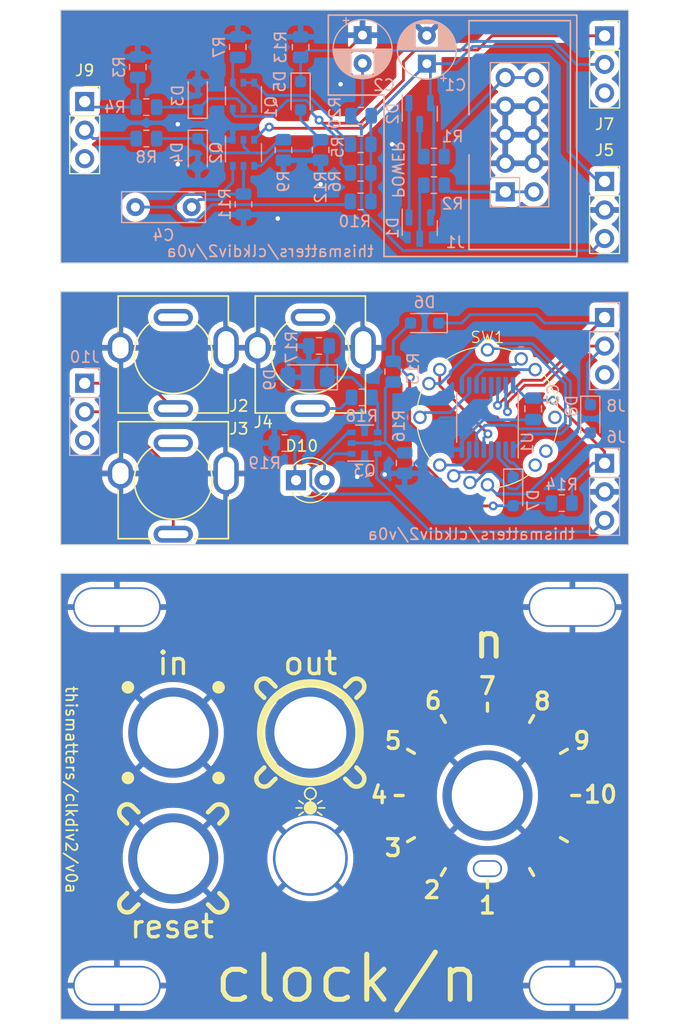
<source format=kicad_pcb>
(kicad_pcb (version 20221018) (generator pcbnew)
  (layers (0 "F.Cu" signal) (31 "B.Cu" signal) (34 "B.Paste" user) (35 "F.Paste" user) (36 "B.SilkS" user "B.Silkscreen") (37 "F.SilkS" user "F.Silkscreen") (38 "B.Mask" user) (39 "F.Mask" user) (44 "Edge.Cuts" user))
  (net 0 "")
  (net 1 "+12V")
  (net 2 "GND")
  (net 3 "-12V")
  (net 4 "Net-(D1-COM)")
  (net 5 "Net-(D2-COM)")
  (net 6 "/FACE")
  (net 7 "Net-(J1-Pin_1)")
  (net 8 "Net-(J1-Pin_10)")
  (net 9 "/V_LED")
  (net 10 "/12V'")
  (net 11 "/GND'")
  (net 12 "Net-(Q2A-C1)")
  (net 13 "Net-(Q2B-B2)")
  (net 14 "Net-(D3-K)")
  (net 15 "Net-(D4-K)")
  (net 16 "/_RST")
  (net 17 "Net-(D5-A)")
  (net 18 "/_IN'")
  (net 19 "Net-(D6-A)")
  (net 20 "Net-(D7-K)")
  (net 21 "/_RST'")
  (net 22 "Net-(D8-A)")
  (net 23 "Net-(D9-K)")
  (net 24 "Net-(D10-K)")
  (net 25 "Net-(D10-A)")
  (net 26 "/IN'")
  (net 28 "/RST'")
  (net 30 "/OUT")
  (net 32 "/V_LED'")
  (net 33 "/_IN")
  (net 36 "/IN")
  (net 37 "/RST")
  (net 40 "Net-(Q1A-E1)")
  (net 41 "Net-(Q1A-C1)")
  (net 42 "Net-(Q3A-B1)")
  (net 43 "Net-(U1-Q1)")
  (net 44 "Net-(U1-Q2)")
  (net 45 "Net-(U1-Q3)")
  (net 46 "Net-(U1-Q4)")
  (net 47 "Net-(U1-Q5)")
  (net 48 "Net-(U1-Q6)")
  (net 49 "Net-(U1-Q7)")
  (net 50 "Net-(U1-Q8)")
  (net 51 "Net-(U1-Q9)")
  (footprint "Eurorack:AudioJack2_Tayda_A-2566" (layer "F.Cu") (at 121.92 69.088 180)
    (fp_text reference "J2")
    (fp_text value "AudioJack2_SwitchT")
  )
  (footprint "Connector_PinSocket_2.54mm:PinSocket_1x03_P2.54mm_Vertical" (layer "F.Cu") (at 160.274 53.7)
    (fp_text reference "J5")
    (fp_text value "Conn_01x03_Socket")
  )
  (footprint "Eurorack:Mech-MRK-Hole" (layer "F.Cu") (at 149.86 108.291)
    (fp_text reference "H8" hide)
    (fp_text value "step")
  )
  (footprint "Eurorack:Mech-AudioJack-Hole-Output-Gate" (layer "F.Cu") (at 134.112 102.703)
    (fp_text reference "H7")
    (fp_text value "out" hide)
  )
  (footprint "Eurorack:Mech-MountingHole" (layer "F.Cu") (at 116.91 91.54)
    (fp_text reference "H1")
    (fp_text value "mount0")
  )
  (footprint "Eurorack:Mech-AudioJack-Hole-Input-Gate" (layer "F.Cu") (at 121.92 113.879)
    (fp_text reference "H6")
    (fp_text value "reset" hide)
  )
  (footprint "Eurorack:Mech-MountingHole" (layer "F.Cu") (at 116.91 125.19)
    (fp_text reference "H4")
    (fp_text value "mount1")
  )
  (footprint "Connector_PinSocket_2.54mm:PinSocket_1x03_P2.54mm_Vertical" (layer "F.Cu") (at 160.274 40.761)
    (fp_text reference "J7")
    (fp_text value "Conn_01x03_Socket")
  )
  (footprint "Connector_PinSocket_2.54mm:PinSocket_1x03_P2.54mm_Vertical" (layer "F.Cu") (at 114.046 46.603)
    (fp_text reference "J9")
    (fp_text value "Conn_01x03_Socket")
  )
  (footprint "Eurorack:Switch_Rotary_NKK_MRK_112" (layer "F.Cu") (at 149.86 74.676)
    (fp_text reference "SW1")
    (fp_text value "SW_Rotary12")
  )
  (footprint "Eurorack:Mech-AudioJack-Hole-Input-Clock" (layer "F.Cu") (at 121.92 102.703)
    (fp_text reference "H5")
    (fp_text value "in" hide)
  )
  (footprint "Eurorack:Mech-MountingHole" (layer "F.Cu") (at 157.41 91.54)
    (fp_text reference "H2")
    (fp_text value "mount1")
  )
  (footprint "Eurorack:AudioJack2_Tayda_A-2566" (layer "F.Cu") (at 121.92 80.264 180)
    (fp_text reference "J3")
    (fp_text value "AudioJack2_SwitchT")
  )
  (footprint "LED_THT:LED_D3.0mm" (layer "F.Cu") (at 132.837 80.264)
    (fp_text reference "D10")
    (fp_text value "LED_GREEN")
  )
  (footprint "Eurorack:Mech-MountingHole" (layer "F.Cu") (at 157.41 125.19)
    (fp_text reference "H3")
    (fp_text value "mount1")
  )
  (footprint "Eurorack:Mech-LED-Hole-3mm-Bezel" (layer "F.Cu") (at 134.112 113.879)
    (fp_text reference "H9" hide)
    (fp_text value "led")
  )
  (footprint "Eurorack:AudioJack2_Tayda_A-2566" (layer "F.Cu") (at 134.112 69.088 180)
    (fp_text reference "J4")
    (fp_text value "AudioJack2_SwitchT")
  )
  (footprint "Resistor_SMD:R_0805_2012Metric" (layer "B.Cu") (at 135.024 50.906 -90)
    (fp_text reference "R12")
    (fp_text value "22K")
  )
  (footprint "Diode_SMD:D_SOD-323_HandSoldering" (layer "B.Cu") (at 133.246 46.08 -90)
    (fp_text reference "D5")
    (fp_text value "1N4148")
  )
  (footprint "Resistor_SMD:R_0805_2012Metric" (layer "B.Cu") (at 145.1066 54.0311)
    (fp_text reference "R2")
    (fp_text value "10")
  )
  (footprint "Diode_SMD:D_SOD-323_HandSoldering" (layer "B.Cu") (at 124.102 46.08 90)
    (fp_text reference "D3")
    (fp_text value "1N4148")
  )
  (footprint "Package_SO:TSOP-6_1.65x3.05mm_P0.95mm" (layer "B.Cu") (at 128.166 51.16 -90)
    (fp_text reference "Q2")
    (fp_text value "BCM847")
  )
  (footprint "Resistor_SMD:R_0805_2012Metric" (layer "B.Cu") (at 138.684 72.898)
    (fp_text reference "R18")
    (fp_text value "1K")
  )
  (footprint "Diode_SMD:D_SOD-323_HandSoldering" (layer "B.Cu") (at 159.004 74.803 -90)
    (fp_text reference "D8")
    (fp_text value "1N4148")
  )
  (footprint "Resistor_SMD:R_0805_2012Metric" (layer "B.Cu") (at 138.58 52.938)
    (fp_text reference "R6")
    (fp_text value "22K")
  )
  (footprint "Resistor_SMD:R_0805_2012Metric" (layer "B.Cu") (at 134.874 68.326 180)
    (fp_text reference "R17")
    (fp_text value "120K")
  )
  (footprint "Resistor_SMD:R_0805_2012Metric" (layer "B.Cu") (at 119.53 49.89)
    (fp_text reference "R8")
    (fp_text value "100K")
  )
  (footprint "Diode_SMD:D_MiniMELF" (layer "B.Cu") (at 133.858 71.12 180)
    (fp_text reference "D9")
    (fp_text value "Zener 5.1V")
  )
  (footprint "Capacitor_SMD:C_0805_2012Metric" (layer "B.Cu") (at 153.924 73.914 -90)
    (fp_text reference "C3")
    (fp_text value "100n")
  )
  (footprint "Package_TO_SOT_SMD:SOT-23" (layer "B.Cu") (at 143.8366 47.6811 -90)
    (fp_text reference "D2")
    (fp_text value "BAT54S")
  )
  (footprint "Resistor_SMD:R_0805_2012Metric" (layer "B.Cu") (at 145.1066 51.4911)
    (fp_text reference "R1")
    (fp_text value "10")
  )
  (footprint "Package_TO_SOT_SMD:SOT-23" (layer "B.Cu") (at 143.8366 57.8411 -90)
    (fp_text reference "D1")
    (fp_text value "BAT54S")
  )
  (footprint "Diode_SMD:D_SOD-323_HandSoldering" (layer "B.Cu") (at 152.146 81.28 -90)
    (fp_text reference "D7")
    (fp_text value "1N4148")
  )
  (footprint "Resistor_SMD:R_0805_2012Metric" (layer "B.Cu") (at 141.478 70.612 -90)
    (fp_text reference "R15")
    (fp_text value "4.7K")
  )
  (footprint "Eurorack:PinHeader_2x05_P2.54mm_Vertical" (layer "B.Cu") (at 151.4439 54.628)
    (fp_text reference "J1")
    (fp_text value "Conn_02x05_Odd_Even")
  )
  (footprint "Resistor_SMD:R_0805_2012Metric" (layer "B.Cu") (at 119.53 47.096)
    (fp_text reference "R4")
    (fp_text value "1.2M")
  )
  (footprint "Capacitor_THT:C_Rect_L7.2mm_W2.5mm_P5.00mm_FKS2_FKP2_MKS2_MKP2" (layer "B.Cu") (at 118.554 55.986)
    (fp_text reference "C4")
    (fp_text value "47n box")
  )
  (footprint "Diode_SMD:D_SOD-323_HandSoldering" (layer "B.Cu") (at 144.272 66.294 180)
    (fp_text reference "D6")
    (fp_text value "1N4148")
  )
  (footprint "Resistor_SMD:R_0805_2012Metric" (layer "B.Cu") (at 127.658 41.762 -90)
    (fp_text reference "R7")
    (fp_text value "220")
  )
  (footprint "Package_SO:TSOP-6_1.65x3.05mm_P0.95mm" (layer "B.Cu") (at 138.938 76.962)
    (fp_text reference "Q3")
    (fp_text value "BCM847")
  )
  (footprint "Connector_PinHeader_2.54mm:PinHeader_1x03_P2.54mm_Vertical" (layer "B.Cu") (at 160.274 78.755 180)
    (fp_text reference "J6")
    (fp_text value "Conn_01x03_Pin")
  )
  (footprint "Capacitor_THT:CP_Radial_D5.0mm_P2.50mm" (layer "B.Cu") (at 144.4716 43.2361 90)
    (fp_text reference "C1")
    (fp_text value "22u 50V")
  )
  (footprint "Resistor_SMD:R_0805_2012Metric" (layer "B.Cu") (at 118.768 43.54 -90)
    (fp_text reference "R3")
    (fp_text value "1M")
  )
  (footprint "Resistor_SMD:R_0805_2012Metric" (layer "B.Cu") (at 131.722 50.906 90)
    (fp_text reference "R9")
    (fp_text value "1M")
  )
  (footprint "Capacitor_THT:CP_Radial_D5.0mm_P2.50mm" (layer "B.Cu") (at 138.7566 40.6961 -90)
    (fp_text reference "C2")
    (fp_text value "22u 50V")
  )
  (footprint "Connector_PinHeader_2.54mm:PinHeader_1x03_P2.54mm_Vertical" (layer "B.Cu") (at 160.274 65.801 180)
    (fp_text reference "J8")
    (fp_text value "Conn_01x03_Pin")
  )
  (footprint "Diode_SMD:D_SOD-323_HandSoldering" (layer "B.Cu") (at 124.102 51.16 -90)
    (fp_text reference "D4")
    (fp_text value "1N4148")
  )
  (footprint "Resistor_SMD:R_0805_2012Metric" (layer "B.Cu") (at 142.494 78.74 90)
    (fp_text reference "R16")
    (fp_text value "220K")
  )
  (footprint "Package_SO:TSSOP-16_4.4x5mm_P0.65mm" (layer "B.Cu") (at 149.86 74.676 90)
    (fp_text reference "U1")
    (fp_text value "4017")
  )
  (footprint "Resistor_SMD:R_0805_2012Metric" (layer "B.Cu") (at 128.166 55.732 -90)
    (fp_text reference "R11")
    (fp_text value "220K")
  )
  (footprint "Resistor_SMD:R_0805_2012Metric" (layer "B.Cu") (at 138.58 55.478 180)
    (fp_text reference "R10")
    (fp_text value "10K")
  )
  (footprint "Package_SO:TSOP-6_1.65x3.05mm_P0.95mm" (layer "B.Cu") (at 128.166 46.08 90)
    (fp_text reference "Q1")
    (fp_text value "BCM847")
  )
  (footprint "Resistor_SMD:R_0805_2012Metric" (layer "B.Cu") (at 133.246 41.762 90)
    (fp_text reference "R13")
    (fp_text value "1K")
  )
  (footprint "Connector_PinHeader_2.54mm:PinHeader_1x03_P2.54mm_Vertical" (layer "B.Cu") (at 114.046 71.643 180)
    (fp_text reference "J10")
    (fp_text value "Conn_01x03_Pin")
  )
  (footprint "Resistor_SMD:R_0805_2012Metric" (layer "B.Cu") (at 138.58 50.398)
    (fp_text reference "R5")
    (fp_text value "22K")
  )
  (footprint "Resistor_SMD:R_0805_2012Metric" (layer "B.Cu") (at 131.826 76.962)
    (fp_text reference "R19")
    (fp_text value "1K")
  )
  (footprint "Resistor_SMD:R_0805_2012Metric" (layer "B.Cu") (at 156.464 82.296 180)
    (fp_text reference "R14")
    (fp_text value "22K")
  )
  (footprint "Resistor_SMD:R_0805_2012Metric" (layer "B.Cu") (at 138.616 47.858 180)
    (fp_text reference "R20")
    (fp_text value "10")
  )
  (gr_line (start 157.8066 60.3811) (end 140.6616 60.3811) (stroke (width 0.15)) (layer "B.SilkS"))
  (gr_line (start 140.6616 46.0301) (end 135.7086 46.0301) (stroke (width 0.15)) (layer "B.SilkS"))
  (gr_line (start 135.7086 38.9181) (end 157.8066 38.9181) (stroke (width 0.15)) (layer "B.SilkS"))
  (gr_line (start 135.7086 46.0301) (end 135.7086 38.9181) (stroke (width 0.15)) (layer "B.SilkS"))
  (gr_line (start 157.8066 38.9181) (end 157.8066 60.3811) (stroke (width 0.15)) (layer "B.SilkS"))
  (gr_line (start 140.6616 60.3811) (end 140.6616 46.0301) (stroke (width 0.15)) (layer "B.SilkS"))
  (gr_line (start 134.874 109.394) (end 135.382 109.394) (stroke (width 0.15)) (layer "F.SilkS"))
  (gr_line (start 133.35 109.394) (end 132.842 109.394) (stroke (width 0.15)) (layer "F.SilkS"))
  (gr_circle (center 134.112 109.394) (end 134.62 109.394) (stroke (width 0.15)) (fill solid) (layer "F.SilkS"))
  (gr_circle (center 134.112 108.124) (end 134.62 108.124) (stroke (width 0.15)) (fill none) (layer "F.SilkS"))
  (gr_line (start 133.477 109.013) (end 133.096 108.759) (stroke (width 0.15)) (layer "F.SilkS"))
  (gr_line (start 134.747 109.775) (end 135.128 110.029) (stroke (width 0.15)) (layer "F.SilkS"))
  (gr_line (start 134.747 109.013) (end 135.128 108.759) (stroke (width 0.15)) (layer "F.SilkS"))
  (gr_line (start 134.112 108.632) (end 134.112 108.886) (stroke (width 0.15)) (layer "F.SilkS"))
  (gr_line (start 133.477 109.775) (end 133.096 110.029) (stroke (width 0.15)) (layer "F.SilkS"))
  (gr_rect (start 111.91 38.46) (end 162.41 60.96) (stroke (width 0.1)) (fill none) (layer "Edge.Cuts"))
  (gr_rect (start 111.91 63.5) (end 162.41 86) (stroke (width 0.1)) (fill none) (layer "Edge.Cuts"))
  (gr_rect (start 111.91 88.54) (end 162.41 128.19) (stroke (width 0.1)) (fill none) (layer "Edge.Cuts"))
  (gr_text "thismatters/clkdiv2/v0a" (at 139.85 60.499) (layer "B.SilkS") (effects (font (size 1 1)) (justify left bottom mirror)))
  (gr_text "thismatters/clkdiv2/v0a" (at 157.734 85.645) (layer "B.SilkS") (effects (font (size 1 1)) (justify left bottom mirror)))
  (gr_text "POWER" (at 141.2966 55.3011 -90) (layer "B.SilkS") (effects (font (size 1 1)) (justify left bottom mirror)))
  (gr_text "7" (at 149.86 98.552) (layer "F.SilkS") (effects (font (size 1.5 1.5) (thickness 0.3))))
  (gr_text "2" (at 144.9324 116.6876) (layer "F.SilkS") (effects (font (size 1.5 1.5) (thickness 0.3))))
  (gr_text "3" (at 141.478 112.95) (layer "F.SilkS") (effects (font (size 1.5 1.5) (thickness 0.3))))
  (gr_text "1" (at 149.86 118.0592) (layer "F.SilkS") (effects (font (size 1.5 1.5) (thickness 0.3))))
  (gr_text "9" (at 158.242 103.425) (layer "F.SilkS") (effects (font (size 1.5 1.5) (thickness 0.3))))
  (gr_text "6" (at 145.034 99.869) (layer "F.SilkS") (effects (font (size 1.5 1.5) (thickness 0.3))))
  (gr_text "8" (at 154.7368 99.9236) (layer "F.SilkS") (effects (font (size 1.5 1.5) (thickness 0.3))))
  (gr_text "out" (at 134.112 97.71) (layer "F.SilkS") (effects (font (size 2 2) (thickness 0.3)) (justify bottom)))
  (gr_text "in" (at 121.92 97.71) (layer "F.SilkS") (effects (font (size 2 2) (thickness 0.3)) (justify bottom)))
  (gr_text "4" (at 140.213015 108.251) (layer "F.SilkS") (effects (font (size 1.5 1.5) (thickness 0.3))))
  (gr_text "n" (at 149.987 94.535) (layer "F.SilkS") (effects (font (size 3 3) (thickness 0.45))))
  (gr_text "reset" (at 121.8184 121.1072) (layer "F.SilkS") (effects (font (size 2 2) (thickness 0.3)) (justify bottom)))
  (gr_text "10" (at 159.9184 108.204) (layer "F.SilkS") (effects (font (size 1.5 1.5) (thickness 0.3))))
  (gr_text "5" (at 141.478 103.425) (layer "F.SilkS") (effects (font (size 1.5 1.5) (thickness 0.3))))
  (gr_text "clock/n" (at 137.414 126.92) (layer "F.SilkS") (effects (font (size 4 4) (thickness 0.45)) (justify bottom)))
  (gr_text "thismatters/clkdiv2/v0a" (at 112.268 98.472 270) (layer "F.SilkS") (effects (font (size 1 1)) (justify left bottom)))
  (segment (start 130.554448 48.976448) (end 130.452 48.874) (width 0.25) (layer "F.Cu") (net 1))
  (segment (start 138.731252 48.976448) (end 130.554448 48.976448) (width 0.25) (layer "F.Cu") (net 1))
  (segment (start 144.4716 43.2361) (end 138.731252 48.976448) (width 0.25) (layer "F.Cu") (net 1))
  (via (at 130.452 48.874) (size 0.8) (drill 0.4) (layers "F.Cu" "B.Cu") (net 1))
  (segment (start 145.0866 47.0436) (end 145.086599 56.603601) (width 0.25) (layer "B.Cu") (net 1))
  (segment (start 148.544 41.704) (end 155.54 41.704) (width 0.25) (layer "B.Cu") (net 1))
  (segment (start 144.7866 46.7436) (end 144.7866 43.5511) (width 0.25) (layer "B.Cu") (net 1))
  (segment (start 139.8497 47.858) (end 144.4716 43.2361) (width 0.25) (layer "B.Cu") (net 1))
  (segment (start 130.242 48.874) (end 129.116 50) (width 0.25) (layer "B.Cu") (net 1))
  (segment (start 144.4716 43.2361) (end 147.0119 43.2361) (width 0.25) (layer "B.Cu") (net 1))
  (segment (start 157.008 51.02) (end 159.688 53.7) (width 0.25) (layer "B.Cu") (net 1))
  (segment (start 157.008 43.172) (end 157.008 51.02) (width 0.25) (layer "B.Cu") (net 1))
  (segment (start 130.452 48.874) (end 130.242 48.874) (width 0.25) (layer "B.Cu") (net 1))
  (segment (start 144.7866 46.7436) (end 145.0866 47.0436) (width 0.25) (layer "B.Cu") (net 1))
  (segment (start 155.54 41.704) (end 157.008 43.172) (width 0.25) (layer "B.Cu") (net 1))
  (segment (start 139.4925 52.938) (end 139.4925 55.478) (width 0.25) (layer "B.Cu") (net 1))
  (segment (start 145.086599 56.603601) (end 144.7866 56.9036) (width 0.25) (layer "B.Cu") (net 1))
  (segment (start 139.4925 52.938) (end 139.4925 47.894) (width 0.25) (layer "B.Cu") (net 1))
  (segment (start 147.0119 43.2361) (end 148.544 41.704) (width 0.25) (layer "B.Cu") (net 1))
  (segment (start 136.802 42.6507) (end 136.802 45.064) (width 0.25) (layer "F.Cu") (net 2))
  (segment (start 151.4439 49.548) (end 142.224 49.548) (width 0.25) (layer "F.Cu") (net 2))
  (segment (start 131.976 57.002) (end 131.214 57.002) (width 0.25) (layer "F.Cu") (net 2))
  (segment (start 122.324 52.176) (end 122.324 48.62) (width 0.25) (layer "F.Cu") (net 2))
  (segment (start 135.024 53.954) (end 131.976 57.002) (width 0.25) (layer "F.Cu") (net 2))
  (segment (start 138.7566 40.6961) (end 136.802 42.6507) (width 0.25) (layer "F.Cu") (net 2))
  (segment (start 142.224 49.548) (end 141.374 50.398) (width 0.25) (layer "F.Cu") (net 2))
  (via (at 141.374 50.398) (size 0.8) (drill 0.4) (layers "F.Cu" "B.Cu") (net 2))
  (via (at 122.324 52.176) (size 0.8) (drill 0.4) (layers "F.Cu" "B.Cu") (net 2))
  (via (at 131.214 57.002) (size 0.8) (drill 0.4) (layers "F.Cu" "B.Cu") (net 2))
  (via (at 136.802 45.064) (size 0.8) (drill 0.4) (layers "F.Cu" "B.Cu") (net 2))
  (via (at 135.024 53.954) (size 0.8) (drill 0.4) (layers "F.Cu" "B.Cu") (net 2))
  (via (at 122.324 48.62) (size 0.8) (drill 0.4) (layers "F.Cu" "B.Cu") (net 2))
  (segment (start 135.024 51.8185) (end 131.722 51.8185) (width 0.25) (layer "B.Cu") (net 2))
  (segment (start 122.558 52.41) (end 122.324 52.176) (width 0.25) (layer "B.Cu") (net 2))
  (segment (start 135.024 51.8185) (end 135.024 53.954) (width 0.25) (layer "B.Cu") (net 2))
  (segment (start 122.324 48.62) (end 125.626 48.62) (width 0.25) (layer "B.Cu") (net 2))
  (segment (start 130.452 57.002) (end 130.0945 56.6445) (width 0.25) (layer "B.Cu") (net 2))
  (segment (start 130.0945 56.6445) (end 128.166 56.6445) (width 0.25) (layer "B.Cu") (net 2))
  (segment (start 123.32 52.41) (end 122.558 52.41) (width 0.25) (layer "B.Cu") (net 2))
  (segment (start 131.214 57.002) (end 130.452 57.002) (width 0.25) (layer "B.Cu") (net 2))
  (segment (start 141.374 50.398) (end 141.374 51.668) (width 0.25) (layer "B.Cu") (net 2))
  (segment (start 136.802 45.064) (end 136.802 45.826) (width 0.25) (layer "B.Cu") (net 2))
  (segment (start 124.102 52.41) (end 123.32 52.41) (width 0.25) (layer "B.Cu") (net 2))
  (segment (start 142.8866 56.9036) (end 142.8866 46.7436) (width 0.25) (layer "B.Cu") (net 3))
  (segment (start 143.8366 54.3886) (end 143.8366 58.7786) (width 0.25) (layer "B.Cu") (net 4))
  (segment (start 143.8366 51.1336) (end 143.8366 48.6186) (width 0.25) (layer "B.Cu") (net 5))
  (segment (start 153.9839 54.628) (end 151.4439 54.628) (width 0.25) (layer "B.Cu") (net 7))
  (segment (start 146.616 54.628) (end 146.0191 54.0311) (width 0.25) (layer "B.Cu") (net 7))
  (segment (start 151.4439 54.628) (end 146.616 54.628) (width 0.25) (layer "B.Cu") (net 7))
  (segment (start 146.0191 49.8928) (end 146.0191 51.4911) (width 0.25) (layer "B.Cu") (net 8))
  (segment (start 151.4439 44.468) (end 146.0191 49.8928) (width 0.25) (layer "B.Cu") (net 8))
  (segment (start 153.9839 44.468) (end 151.4439 44.468) (width 0.25) (layer "B.Cu") (net 8))
  (segment (start 138.7566 46.8049) (end 137.7035 47.858) (width 0.25) (layer "B.Cu") (net 9))
  (segment (start 142.323 59.8411) (end 159.2129 59.8411) (width 0.25) (layer "B.Cu") (net 9))
  (segment (start 138.655 56.1731) (end 142.323 59.8411) (width 0.25) (layer "B.Cu") (net 9))
  (segment (start 138.655 48.8095) (end 138.655 56.1731) (width 0.25) (layer "B.Cu") (net 9))
  (segment (start 137.7035 47.858) (end 138.655 48.8095) (width 0.25) (layer "B.Cu") (net 9))
  (segment (start 159.2129 59.8411) (end 160.274 58.78) (width 0.25) (layer "B.Cu") (net 9))
  (segment (start 138.7566 43.1961) (end 138.7566 46.8049) (width 0.25) (layer "B.Cu") (net 9))
  (segment (start 160.274 78.755) (end 160.274 77.724) (width 0.25) (layer "F.Cu") (net 10))
  (segment (start 160.274 77.724) (end 155.702 73.152) (width 0.25) (layer "F.Cu") (net 10))
  (via (at 155.702 73.152) (size 0.8) (drill 0.4) (layers "F.Cu" "B.Cu") (net 10))
  (segment (start 157.3765 80.6215) (end 157.3765 82.296) (width 0.25) (layer "B.Cu") (net 10))
  (segment (start 160.274 78.755) (end 159.243 78.755) (width 0.25) (layer "B.Cu") (net 10))
  (segment (start 153.924 72.964) (end 153.2855 72.964) (width 0.25) (layer "B.Cu") (net 10))
  (segment (start 159.243 78.755) (end 157.3765 80.6215) (width 0.25) (layer "B.Cu") (net 10))
  (segment (start 153.2855 72.964) (end 152.135 71.8135) (width 0.25) (layer "B.Cu") (net 10))
  (segment (start 155.702 73.152) (end 154.112 73.152) (width 0.25) (layer "B.Cu") (net 10))
  (segment (start 138.4808 79.756) (end 138.2776 79.9592) (width 0.25) (layer "F.Cu") (net 11))
  (segment (start 140.716 79.756) (end 138.4808 79.756) (width 0.25) (layer "F.Cu") (net 11))
  (segment (start 138.812 77.852) (end 140.716 79.756) (width 0.25) (layer "F.Cu") (net 11))
  (segment (start 138.812 68.488) (end 138.812 77.852) (width 0.25) (layer "F.Cu") (net 11))
  (via (at 140.716 79.756) (size 0.8) (drill 0.4) (layers "F.Cu" "B.Cu") (net 11))
  (via (at 138.2776 79.9592) (size 0.8) (drill 0.4) (layers "F.Cu" "B.Cu") (net 11))
  (segment (start 149.468001 74.701) (end 145.7009 74.701) (width 0.25) (layer "B.Cu") (net 11))
  (segment (start 144.018 78.1285) (end 142.494 79.6525) (width 0.25) (layer "B.Cu") (net 11))
  (segment (start 140.716 79.756) (end 142.3905 79.756) (width 0.25) (layer "B.Cu") (net 11))
  (segment (start 150.185 71.8135) (end 150.185 73.163771) (width 0.25) (layer "B.Cu") (net 11))
  (segment (start 153.895 74.893) (end 149.493001 74.893) (width 0.25) (layer "B.Cu") (net 11))
  (segment (start 160.274 81.295) (end 161.5798 81.295) (width 0.25) (layer "B.Cu") (net 11))
  (segment (start 147.585 76.801001) (end 147.585 77.5385) (width 0.25) (layer "B.Cu") (net 11))
  (segment (start 161.5798 81.295) (end 161.8488 81.026) (width 0.25) (layer "B.Cu") (net 11))
  (segment (start 158.2928 74.7776) (end 157.9372 75.1332) (width 0.25) (layer "B.Cu") (net 11))
  (segment (start 161.8488 75.7428) (end 160.8836 74.7776) (width 0.25) (layer "B.Cu") (net 11))
  (segment (start 149.493001 73.85577) (end 149.493001 74.676) (width 0.25) (layer "B.Cu") (net 11))
  (segment (start 157.9372 75.1332) (end 157.9372 75.7428) (width 0.25) (layer "B.Cu") (net 11))
  (segment (start 149.493001 74.676) (end 149.468001 74.701) (width 0.25) (layer "B.Cu") (net 11))
  (segment (start 144.018 76.3839) (end 144.018 78.1285) (width 0.25) (layer "B.Cu") (net 11))
  (segment (start 149.493001 74.893) (end 147.585 76.801001) (width 0.25) (layer "B.Cu") (net 11))
  (segment (start 149.493001 74.676) (end 149.493001 74.893) (width 0.25) (layer "B.Cu") (net 11))
  (segment (start 161.8488 81.026) (end 161.8488 75.7428) (width 0.25) (layer "B.Cu") (net 11))
  (segment (start 160.8836 74.7776) (end 158.2928 74.7776) (width 0.25) (layer "B.Cu") (net 11))
  (segment (start 145.7009 74.701) (end 144.018 76.3839) (width 0.25) (layer "B.Cu") (net 11))
  (segment (start 150.185 73.163771) (end 149.493001 73.85577) (width 0.25) (layer "B.Cu") (net 11))
  (segment (start 157.9372 75.7428) (end 157.4292 76.2508) (width 0.25) (layer "B.Cu") (net 11))
  (segment (start 124.019991 57.111) (end 125.369991 55.761) (width 0.25) (layer "B.Cu") (net 12))
  (segment (start 127.216 52.32) (end 127.216 53.759604) (width 0.25) (layer "B.Cu") (net 12))
  (segment (start 137.16 55.732) (end 137.4135 55.732) (width 0.25) (layer "B.Cu") (net 12))
  (segment (start 121.8461 55.986) (end 122.9711 57.111) (width 0.25) (layer "B.Cu") (net 12))
  (segment (start 121.8461 55.986) (end 118.554 55.986) (width 0.25) (layer "B.Cu") (net 12))
  (segment (start 122.9711 54.861) (end 126.114604 54.861) (width 0.25) (layer "B.Cu") (net 12))
  (segment (start 127.216 53.759604) (end 126.114604 54.861) (width 0.25) (layer "B.Cu") (net 12))
  (segment (start 125.369991 55.761) (end 137.131 55.761) (width 0.25) (layer "B.Cu") (net 12))
  (segment (start 122.9711 57.111) (end 124.019991 57.111) (width 0.25) (layer "B.Cu") (net 12))
  (segment (start 122.9711 54.861) (end 121.8461 55.986) (width 0.25) (layer "B.Cu") (net 12))
  (segment (start 137.131 55.761) (end 137.16 55.732) (width 0.25) (layer "B.Cu") (net 12))
  (segment (start 124.229 55.311) (end 123.554 55.986) (width 0.25) (layer "B.Cu") (net 13))
  (segment (start 128.166 52.32) (end 128.166 54.8195) (width 0.25) (layer "B.Cu") (net 13))
  (segment (start 126.301 55.311) (end 124.229 55.311) (width 0.25) (layer "B.Cu") (net 13))
  (segment (start 126.7925 54.8195) (end 126.301 55.311) (width 0.25) (layer "B.Cu") (net 13))
  (segment (start 128.166 54.8195) (end 126.7925 54.8195) (width 0.25) (layer "B.Cu") (net 13))
  (segment (start 128.166 47.24) (end 128.166 46.935) (width 0.25) (layer "B.Cu") (net 14))
  (segment (start 120.4425 47.096) (end 123.868 47.096) (width 0.25) (layer "B.Cu") (net 14))
  (segment (start 127.565 46.334) (end 125.098 46.334) (width 0.25) (layer "B.Cu") (net 14))
  (segment (start 125.098 46.334) (end 124.102 47.33) (width 0.25) (layer "B.Cu") (net 14))
  (segment (start 128.166 46.935) (end 127.565 46.334) (width 0.25) (layer "B.Cu") (net 14))
  (segment (start 131.3645 49.9935) (end 130.198 51.16) (width 0.25) (layer "B.Cu") (net 15))
  (segment (start 128.928 51.16) (end 128.726 51.16) (width 0.25) (layer "B.Cu") (net 15))
  (segment (start 130.198 51.16) (end 128.928 51.16) (width 0.25) (layer "B.Cu") (net 15))
  (segment (start 125.352 51.16) (end 124.102 49.91) (width 0.25) (layer "B.Cu") (net 15))
  (segment (start 120.4425 49.89) (end 124.082 49.89) (width 0.25) (layer "B.Cu") (net 15))
  (segment (start 128.928 51.16) (end 125.352 51.16) (width 0.25) (layer "B.Cu") (net 15))
  (segment (start 128.166 50.6) (end 128.166 50) (width 0.25) (layer "B.Cu") (net 15))
  (segment (start 128.726 51.16) (end 128.166 50.6) (width 0.25) (layer "B.Cu") (net 15))
  (segment (start 133.8494 42.0711) (end 133.246 42.6745) (width 0.25) (layer "B.Cu") (net 16))
  (segment (start 133.246 42.6745) (end 133.246 44.83) (width 0.25) (layer "B.Cu") (net 16))
  (segment (start 147.47 42.0711) (end 133.8494 42.0711) (width 0.25) (layer "B.Cu") (net 16))
  (segment (start 155.726396 41.254) (end 148.2871 41.254) (width 0.25) (layer "B.Cu") (net 16))
  (segment (start 160.274 43.301) (end 157.773396 43.301) (width 0.25) (layer "B.Cu") (net 16))
  (segment (start 157.773396 43.301) (end 155.726396 41.254) (width 0.25) (layer "B.Cu") (net 16))
  (segment (start 148.2871 41.254) (end 147.47 42.0711) (width 0.25) (layer "B.Cu") (net 16))
  (segment (start 133.246 48.2155) (end 135.024 49.9935) (width 0.25) (layer "B.Cu") (net 17))
  (segment (start 133.246 47.33) (end 133.246 48.2155) (width 0.25) (layer "B.Cu") (net 17))
  (segment (start 134.0365 50.981) (end 131.0269 50.981) (width 0.25) (layer "B.Cu") (net 17))
  (segment (start 131.0269 50.981) (end 129.6879 52.32) (width 0.25) (layer "B.Cu") (net 17))
  (segment (start 129.6879 52.32) (end 129.116 52.32) (width 0.25) (layer "B.Cu") (net 17))
  (segment (start 135.024 49.9935) (end 134.0365 50.981) (width 0.25) (layer "B.Cu") (net 17))
  (segment (start 150.7605 73.613576) (end 153.000076 71.374) (width 0.25) (layer "F.Cu") (net 18))
  (segment (start 153.000076 71.374) (end 154.701 71.374) (width 0.25) (layer "F.Cu") (net 18))
  (segment (start 154.701 71.374) (end 160.274 65.801) (width 0.25) (layer "F.Cu") (net 18))
  (via (at 150.7605 73.613576) (size 0.8) (drill 0.4) (layers "F.Cu" "B.Cu") (net 18))
  (segment (start 145.522 66.294) (end 147.574 66.294) (width 0.25) (layer "B.Cu") (net 18))
  (segment (start 148.336 65.532) (end 154.178 65.532) (width 0.25) (layer "B.Cu") (net 18))
  (segment (start 150.7605 73.613576) (end 150.7605 71.888) (width 0.25) (layer "B.Cu") (net 18))
  (segment (start 154.178 65.532) (end 154.94 66.294) (width 0.25) (layer "B.Cu") (net 18))
  (segment (start 147.574 66.294) (end 148.336 65.532) (width 0.25) (layer "B.Cu") (net 18))
  (segment (start 154.94 66.294) (end 159.781 66.294) (width 0.25) (layer "B.Cu") (net 18))
  (segment (start 142.935 75.117) (end 142.935 71.187) (width 0.25) (layer "F.Cu") (net 19))
  (segment (start 142.935 71.187) (end 143.002 71.12) (width 0.25) (layer "F.Cu") (net 19))
  (segment (start 150.368 82.55) (end 147.939852 82.55) (width 0.25) (layer "F.Cu") (net 19))
  (segment (start 147.939852 82.55) (end 143.764 78.374148) (width 0.25) (layer "F.Cu") (net 19))
  (segment (start 143.764 78.374148) (end 143.764 75.946) (width 0.25) (layer "F.Cu") (net 19))
  (segment (start 143.764 75.946) (end 142.935 75.117) (width 0.25) (layer "F.Cu") (net 19))
  (via (at 150.368 82.55) (size 0.8) (drill 0.4) (layers "F.Cu" "B.Cu") (net 19))
  (via (at 143.002 71.12) (size 0.8) (drill 0.4) (layers "F.Cu" "B.Cu") (net 19))
  (segment (start 141.478 69.6995) (end 141.478 67.838) (width 0.25) (layer "B.Cu") (net 19))
  (segment (start 142.8985 71.12) (end 141.478 69.6995) (width 0.25) (layer "B.Cu") (net 19))
  (segment (start 155.5515 82.296) (end 152.38 82.296) (width 0.25) (layer "B.Cu") (net 19))
  (segment (start 143.002 71.12) (end 142.8985 71.12) (width 0.25) (layer "B.Cu") (net 19))
  (segment (start 152.146 82.53) (end 150.388 82.53) (width 0.25) (layer "B.Cu") (net 19))
  (segment (start 141.478 67.838) (end 143.022 66.294) (width 0.25) (layer "B.Cu") (net 19))
  (segment (start 150.388 82.53) (end 150.368 82.55) (width 0.25) (layer "B.Cu") (net 19))
  (segment (start 150.835 77.5385) (end 150.835 78.275999) (width 0.25) (layer "B.Cu") (net 20))
  (segment (start 152.146 79.586999) (end 152.146 80.03) (width 0.25) (layer "B.Cu") (net 20))
  (segment (start 150.835 78.275999) (end 152.146 79.586999) (width 0.25) (layer "B.Cu") (net 20))
  (segment (start 154.887396 71.824) (end 158.370396 68.341) (width 0.25) (layer "F.Cu") (net 21))
  (segment (start 151.638 73.372472) (end 153.186472 71.824) (width 0.25) (layer "F.Cu") (net 21))
  (segment (start 151.638 74.168) (end 151.638 73.372472) (width 0.25) (layer "F.Cu") (net 21))
  (segment (start 153.186472 71.824) (end 154.887396 71.824) (width 0.25) (layer "F.Cu") (net 21))
  (segment (start 158.370396 68.341) (end 160.274 68.341) (width 0.25) (layer "F.Cu") (net 21))
  (via (at 151.638 74.168) (size 0.8) (drill 0.4) (layers "F.Cu" "B.Cu") (net 21))
  (segment (start 158.75 69.865) (end 158.75 73.68) (width 0.25) (layer "B.Cu") (net 21))
  (segment (start 151.485 74.015) (end 151.638 74.168) (width 0.25) (layer "B.Cu") (net 21))
  (segment (start 160.274 68.341) (end 158.75 69.865) (width 0.25) (layer "B.Cu") (net 21))
  (segment (start 151.485 71.8135) (end 151.485 74.015) (width 0.25) (layer "B.Cu") (net 21))
  (segment (start 153.454 81.476) (end 150.66 81.476) (width 0.25) (layer "B.Cu") (net 22))
  (segment (start 150.66 81.476) (end 149.86 80.676) (width 0.25) (layer "B.Cu") (net 22))
  (segment (start 158.75 76.18) (end 153.454 81.476) (width 0.25) (layer "B.Cu") (net 22))
  (segment (start 135.608 71.12) (end 135.608 68.5045) (width 0.25) (layer "B.Cu") (net 23))
  (segment (start 140.098 76.012) (end 140.098 73.3995) (width 0.25) (layer "B.Cu") (net 23))
  (segment (start 140.098 73.3995) (end 139.5965 72.898) (width 0.25) (layer "B.Cu") (net 23))
  (segment (start 135.608 71.12) (end 137.8185 71.12) (width 0.25) (layer "B.Cu") (net 23))
  (segment (start 137.8185 71.12) (end 139.5965 72.898) (width 0.25) (layer "B.Cu") (net 23))
  (segment (start 132.7385 76.454) (end 132.7385 80.1655) (width 0.25) (layer "B.Cu") (net 24))
  (segment (start 137.778 77.912) (end 136.209396 77.912) (width 0.25) (layer "B.Cu") (net 25))
  (segment (start 136.209396 77.912) (end 135.377 78.744396) (width 0.25) (layer "B.Cu") (net 25))
  (segment (start 135.377 78.744396) (end 135.377 80.264) (width 0.25) (layer "B.Cu") (net 25))
  (segment (start 114.046 71.643) (end 119.675 71.643) (width 0.25) (layer "F.Cu") (net 26))
  (segment (start 119.675 71.643) (end 121.92 73.888) (width 0.25) (layer "F.Cu") (net 26))
  (segment (start 121.92 79.502) (end 121.92 85.064) (width 0.25) (layer "F.Cu") (net 28))
  (segment (start 116.601 74.183) (end 121.92 79.502) (width 0.25) (layer "F.Cu") (net 28))
  (segment (start 114.046 74.183) (end 116.601 74.183) (width 0.25) (layer "F.Cu") (net 28))
  (segment (start 136.7815 73.888) (end 137.7715 72.898) (width 0.25) (layer "B.Cu") (net 30))
  (segment (start 134.112 73.888) (end 136.7815 73.888) (width 0.25) (layer "B.Cu") (net 30))
  (segment (start 139.991 80.056305) (end 141.422548 81.487852) (width 0.25) (layer "B.Cu") (net 32))
  (segment (start 134.152 80.771412) (end 134.869588 81.489) (width 0.25) (layer "B.Cu") (net 32))
  (segment (start 159.273 84.836) (end 144.770696 84.836) (width 0.25) (layer "B.Cu") (net 32))
  (segment (start 141.4214 81.489) (end 141.422548 81.487852) (width 0.25) (layer "B.Cu") (net 32))
  (segment (start 144.770696 84.836) (end 141.422548 81.487852) (width 0.25) (layer "B.Cu") (net 32))
  (segment (start 139.991 78.019) (end 139.991 80.056305) (width 0.25) (layer "B.Cu") (net 32))
  (segment (start 160.274 83.835) (end 159.273 84.836) (width 0.25) (layer "B.Cu") (net 32))
  (segment (start 137.778 76.012) (end 137.473 76.012) (width 0.25) (layer "B.Cu") (net 32))
  (segment (start 137.473 76.012) (end 134.152 79.333) (width 0.25) (layer "B.Cu") (net 32))
  (segment (start 134.869588 81.489) (end 141.4214 81.489) (width 0.25) (layer "B.Cu") (net 32))
  (segment (start 134.152 79.333) (end 134.152 80.771412) (width 0.25) (layer "B.Cu") (net 32))
  (segment (start 143.4417 42.016) (end 142.39 43.0677) (width 0.25) (layer "F.Cu") (net 33))
  (segment (start 150.249 40.761) (end 148.994 42.016) (width 0.25) (layer "F.Cu") (net 33))
  (segment (start 160.274 40.761) (end 150.249 40.761) (width 0.25) (layer "F.Cu") (net 33))
  (segment (start 142.39 44.681304) (end 138.544856 48.526448) (width 0.25) (layer "F.Cu") (net 33))
  (segment (start 142.39 43.0677) (end 142.39 44.681304) (width 0.25) (layer "F.Cu") (net 33))
  (segment (start 148.994 42.016) (end 143.4417 42.016) (width 0.25) (layer "F.Cu") (net 33))
  (segment (start 135.159552 48.526448) (end 134.884552 48.251448) (width 0.25) (layer "F.Cu") (net 33))
  (segment (start 138.544856 48.526448) (end 135.159552 48.526448) (width 0.25) (layer "F.Cu") (net 33))
  (via (at 134.884552 48.251448) (size 0.8) (drill 0.4) (layers "F.Cu" "B.Cu") (net 33))
  (segment (start 127.216 47.67) (end 127.216 47.24) (width 0.25) (layer "B.Cu") (net 33))
  (segment (start 132.059 46.505) (end 130.649 47.915) (width 0.25) (layer "B.Cu") (net 33))
  (segment (start 137.6675 52.938) (end 136.83 52.1005) (width 0.25) (layer "B.Cu") (net 33))
  (segment (start 127.461 47.915) (end 127.216 47.67) (width 0.25) (layer "B.Cu") (net 33))
  (segment (start 134.262 47.0259) (end 133.7411 46.505) (width 0.25) (layer "B.Cu") (net 33))
  (segment (start 136.83 52.1005) (end 136.83 50.196896) (width 0.25) (layer "B.Cu") (net 33))
  (segment (start 133.7411 46.505) (end 132.059 46.505) (width 0.25) (layer "B.Cu") (net 33))
  (segment (start 134.262 47.628896) (end 134.262 47.0259) (width 0.25) (layer "B.Cu") (net 33))
  (segment (start 130.649 47.915) (end 127.461 47.915) (width 0.25) (layer "B.Cu") (net 33))
  (segment (start 136.83 50.196896) (end 134.884552 48.251448) (width 0.25) (layer "B.Cu") (net 33))
  (segment (start 134.884552 48.251448) (end 134.262 47.628896) (width 0.25) (layer "B.Cu") (net 33))
  (segment (start 118.768 44.4525) (end 118.768 46.9455) (width 0.25) (layer "B.Cu") (net 36))
  (segment (start 118.6175 47.096) (end 114.539 47.096) (width 0.25) (layer "B.Cu") (net 36))
  (segment (start 118.6175 49.89) (end 114.793 49.89) (width 0.25) (layer "B.Cu") (net 37))
  (segment (start 114.793 49.89) (end 114.046 49.143) (width 0.25) (layer "B.Cu") (net 37))
  (segment (start 127.658 42.6745) (end 127.216 43.1165) (width 0.25) (layer "B.Cu") (net 40))
  (segment (start 129.116 47.125) (end 127.216 45.225) (width 0.25) (layer "B.Cu") (net 40))
  (segment (start 127.216 43.1165) (end 127.216 44.92) (width 0.25) (layer "B.Cu") (net 40))
  (segment (start 127.216 45.225) (end 127.216 44.92) (width 0.25) (layer "B.Cu") (net 40))
  (segment (start 128.166 44.92) (end 129.116 44.92) (width 0.25) (layer "B.Cu") (net 41))
  (segment (start 135.96475 48.092254) (end 135.96475 48.69525) (width 0.25) (layer "B.Cu") (net 41))
  (segment (start 135.96475 48.69525) (end 137.6675 50.398) (width 0.25) (layer "B.Cu") (net 41))
  (segment (start 129.116 44.92) (end 130.251 46.055) (width 0.25) (layer "B.Cu") (net 41))
  (segment (start 133.927496 46.055) (end 135.96475 48.092254) (width 0.25) (layer "B.Cu") (net 41))
  (segment (start 130.251 46.055) (end 133.927496 46.055) (width 0.25) (layer "B.Cu") (net 41))
  (segment (start 140.698 76.962) (end 140.098 76.962) (width 0.25) (layer "B.Cu") (net 42))
  (segment (start 140.773 76.887) (end 140.698 76.962) (width 0.25) (layer "B.Cu") (net 42))
  (segment (start 140.098 76.962) (end 137.778 76.962) (width 0.25) (layer "B.Cu") (net 42))
  (segment (start 140.773 72.079) (end 140.773 76.887) (width 0.25) (layer "B.Cu") (net 42))
  (segment (start 141.7135 77.8275) (end 142.494 77.8275) (width 0.25) (layer "B.Cu") (net 42))
  (segment (start 140.773 76.887) (end 141.7135 77.8275) (width 0.25) (layer "B.Cu") (net 42))
  (segment (start 141.3275 71.5245) (end 140.773 72.079) (width 0.25) (layer "B.Cu") (net 42))
  (segment (start 151.927302 78.718301) (end 151.485 78.275999) (width 0.25) (layer "B.Cu") (net 43))
  (segment (start 152.154401 78.718301) (end 151.927302 78.718301) (width 0.25) (layer "B.Cu") (net 43))
  (segment (start 151.8219 81.026) (end 152.4701 81.026) (width 0.25) (layer "B.Cu") (net 43))
  (segment (start 152.971 79.5349) (end 152.154401 78.718301) (width 0.25) (layer "B.Cu") (net 43))
  (segment (start 151.485 78.275999) (end 151.485 77.5385) (width 0.25) (layer "B.Cu") (net 43))
  (segment (start 150.2979 79.502) (end 151.8219 81.026) (width 0.25) (layer "B.Cu") (net 43))
  (segment (start 149.725852 79.502) (end 150.2979 79.502) (width 0.25) (layer "B.Cu") (net 43))
  (segment (start 152.971 80.5251) (end 152.971 79.5349) (width 0.25) (layer "B.Cu") (net 43))
  (segment (start 148.755852 80.472) (end 149.725852 79.502) (width 0.25) (layer "B.Cu") (net 43))
  (segment (start 152.4701 81.026) (end 152.971 80.5251) (width 0.25) (layer "B.Cu") (net 43))
  (segment (start 150.185 78.275999) (end 150.185 77.5385) (width 0.25) (layer "B.Cu") (net 44))
  (segment (start 148.913999 79.547) (end 150.185 78.275999) (width 0.25) (layer "B.Cu") (net 44))
  (segment (start 147.185 79.547) (end 148.913999 79.547) (width 0.25) (layer "B.Cu") (net 44))
  (segment (start 148.235 78.275999) (end 147.591999 78.919) (width 0.25) (layer "B.Cu") (net 45))
  (segment (start 148.235 77.5385) (end 148.235 78.275999) (width 0.25) (layer "B.Cu") (net 45))
  (segment (start 147.591999 78.919) (end 145.617 78.919) (width 0.25) (layer "B.Cu") (net 45))
  (segment (start 148.235 71.8135) (end 148.235 72.550999) (width 0.25) (layer "B.Cu") (net 46))
  (segment (start 146.535 74.251) (end 144.285 74.251) (width 0.25) (layer "B.Cu") (net 46))
  (segment (start 144.285 74.251) (end 143.86 74.676) (width 0.25) (layer "B.Cu") (net 46))
  (segment (start 148.235 72.550999) (end 146.535 74.251) (width 0.25) (layer "B.Cu") (net 46))
  (segment (start 156.399396 76.139) (end 157.235 75.303396) (width 0.25) (layer "B.Cu") (net 47))
  (segment (start 150.368 67.626) (end 149.544 67.626) (width 0.25) (layer "B.Cu") (net 47))
  (segment (start 153.831396 68.105) (end 150.847 68.105) (width 0.25) (layer "B.Cu") (net 47))
  (segment (start 146.542 70.628) (end 146.542 70.816148) (width 0.25) (layer "B.Cu") (net 47))
  (segment (start 152.135 77.5385) (end 153.5345 76.139) (width 0.25) (layer "B.Cu") (net 47))
  (segment (start 145.682148 71.676) (end 144.664 71.676) (width 0.25) (layer "B.Cu") (net 47))
  (segment (start 150.847 68.105) (end 150.368 67.626) (width 0.25) (layer "B.Cu") (net 47))
  (segment (start 149.544 67.626) (end 146.542 70.628) (width 0.25) (layer "B.Cu") (net 47))
  (segment (start 157.235 71.508604) (end 153.831396 68.105) (width 0.25) (layer "B.Cu") (net 47))
  (segment (start 157.235 75.303396) (end 157.235 71.508604) (width 0.25) (layer "B.Cu") (net 47))
  (segment (start 146.542 70.816148) (end 145.682148 71.676) (width 0.25) (layer "B.Cu") (net 47))
  (segment (start 153.5345 76.139) (end 156.399396 76.139) (width 0.25) (layer "B.Cu") (net 47))
  (segment (start 145.617 70.433) (end 145.617 71.8615) (width 0.25) (layer "F.Cu") (net 48))
  (segment (start 145.617 71.8615) (end 149.901248 76.145748) (width 0.25) (layer "F.Cu") (net 48))
  (via (at 149.901248 76.145748) (size 0.8) (drill 0.4) (layers "F.Cu" "B.Cu") (net 48))
  (segment (start 149.901248 76.145748) (end 149.535 76.511996) (width 0.25) (layer "B.Cu") (net 48))
  (segment (start 149.535 76.511996) (end 149.535 77.5385) (width 0.25) (layer "B.Cu") (net 48))
  (segment (start 152.651 75.689) (end 156.213 75.689) (width 0.25) (layer "B.Cu") (net 49))
  (segment (start 156.785 71.695) (end 153.645 68.555) (width 0.25) (layer "B.Cu") (net 49))
  (segment (start 152.342 75.38) (end 152.651 75.689) (width 0.25) (layer "B.Cu") (net 49))
  (segment (start 156.785 75.117) (end 156.785 71.695) (width 0.25) (layer "B.Cu") (net 49))
  (segment (start 148.885 76.137397) (end 149.642397 75.38) (width 0.25) (layer "B.Cu") (net 49))
  (segment (start 148.885 77.5385) (end 148.885 76.137397) (width 0.25) (layer "B.Cu") (net 49))
  (segment (start 153.645 68.555) (end 149.981 68.555) (width 0.25) (layer "B.Cu") (net 49))
  (segment (start 156.213 75.689) (end 156.785 75.117) (width 0.25) (layer "B.Cu") (net 49))
  (segment (start 149.642397 75.38) (end 152.342 75.38) (width 0.25) (layer "B.Cu") (net 49))
  (segment (start 147.585 71.076001) (end 147.585 71.8135) (width 0.25) (layer "B.Cu") (net 50))
  (segment (start 148.678 69.983) (end 147.585 71.076001) (width 0.25) (layer "B.Cu") (net 50))
  (segment (start 152.86 69.48) (end 152.357 69.983) (width 0.25) (layer "B.Cu") (net 50))
  (segment (start 152.357 69.983) (end 148.678 69.983) (width 0.25) (layer "B.Cu") (net 50))
  (segment (start 149.528001 70.433) (end 148.885 71.076001) (width 0.25) (layer "B.Cu") (net 51))
  (segment (start 154.103 70.433) (end 149.528001 70.433) (width 0.25) (layer "B.Cu") (net 51))
  (segment (start 148.885 71.076001) (end 148.885 71.8135) (width 0.25) (layer "B.Cu") (net 51))
  (zone (net 6) (net_name "/FACE") (layers "F&B.Cu") (priority 2) (connect_pads (clearance 0.5)) (min_thickness 0.25) (fill yes (thermal_gap 0.5) (thermal_bridge_width 0.5))
    (polygon (pts (xy 111.506 88.238) (xy 162.814 88.238) (xy 162.814 128.624) (xy 111.506 128.624)))
  )
  (zone (net 2) (net_name "GND") (layers "F&B.Cu") (connect_pads (clearance 0.5)) (min_thickness 0.25) (fill yes (thermal_gap 0.5) (thermal_bridge_width 0.5))
    (polygon (pts (xy 111.656 38.206) (xy 162.71 38.206) (xy 162.71 61.066) (xy 111.656 61.066)))
  )
  (zone (net 11) (net_name "/GND'") (layers "F&B.Cu") (priority 1) (connect_pads (clearance 0.5)) (min_thickness 0.25) (fill yes (thermal_gap 0.5) (thermal_bridge_width 0.5))
    (polygon (pts (xy 111.506 63.246) (xy 162.814 63.246) (xy 162.814 86.106) (xy 111.506 86.106)))
  )
)
</source>
